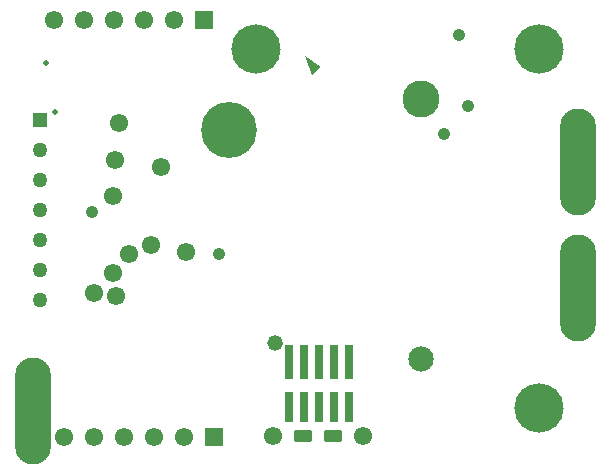
<source format=gbs>
%FSLAX44Y44*%
%MOMM*%
G71*
G01*
G75*
G04 Layer_Color=16711935*
G04:AMPARAMS|DCode=10|XSize=2.8194mm|YSize=1.016mm|CornerRadius=0.508mm|HoleSize=0mm|Usage=FLASHONLY|Rotation=90.000|XOffset=0mm|YOffset=0mm|HoleType=Round|Shape=RoundedRectangle|*
%AMROUNDEDRECTD10*
21,1,2.8194,0.0000,0,0,90.0*
21,1,1.8034,1.0160,0,0,90.0*
1,1,1.0160,0.0000,0.9017*
1,1,1.0160,0.0000,-0.9017*
1,1,1.0160,0.0000,-0.9017*
1,1,1.0160,0.0000,0.9017*
%
%ADD10ROUNDEDRECTD10*%
G04:AMPARAMS|DCode=11|XSize=0.6096mm|YSize=1.7018mm|CornerRadius=0.3048mm|HoleSize=0mm|Usage=FLASHONLY|Rotation=0.000|XOffset=0mm|YOffset=0mm|HoleType=Round|Shape=RoundedRectangle|*
%AMROUNDEDRECTD11*
21,1,0.6096,1.0922,0,0,0.0*
21,1,0.0000,1.7018,0,0,0.0*
1,1,0.6096,0.0000,-0.5461*
1,1,0.6096,0.0000,-0.5461*
1,1,0.6096,0.0000,0.5461*
1,1,0.6096,0.0000,0.5461*
%
%ADD11ROUNDEDRECTD11*%
G04:AMPARAMS|DCode=12|XSize=0.508mm|YSize=0.6096mm|CornerRadius=0mm|HoleSize=0mm|Usage=FLASHONLY|Rotation=45.000|XOffset=0mm|YOffset=0mm|HoleType=Round|Shape=Rectangle|*
%AMROTATEDRECTD12*
4,1,4,0.0359,-0.3951,-0.3951,0.0359,-0.0359,0.3951,0.3951,-0.0359,0.0359,-0.3951,0.0*
%
%ADD12ROTATEDRECTD12*%

G04:AMPARAMS|DCode=13|XSize=0.3mm|YSize=1.8mm|CornerRadius=0mm|HoleSize=0mm|Usage=FLASHONLY|Rotation=225.000|XOffset=0mm|YOffset=0mm|HoleType=Round|Shape=Round|*
%AMOVALD13*
21,1,1.5000,0.3000,0.0000,0.0000,315.0*
1,1,0.3000,-0.5303,0.5303*
1,1,0.3000,0.5303,-0.5303*
%
%ADD13OVALD13*%

G04:AMPARAMS|DCode=14|XSize=0.3mm|YSize=1.8mm|CornerRadius=0mm|HoleSize=0mm|Usage=FLASHONLY|Rotation=315.000|XOffset=0mm|YOffset=0mm|HoleType=Round|Shape=Round|*
%AMOVALD14*
21,1,1.5000,0.3000,0.0000,0.0000,45.0*
1,1,0.3000,-0.5303,-0.5303*
1,1,0.3000,0.5303,0.5303*
%
%ADD14OVALD14*%

%ADD15R,0.6096X0.5080*%
%ADD16R,0.5080X0.6096*%
G04:AMPARAMS|DCode=17|XSize=0.508mm|YSize=0.6096mm|CornerRadius=0.127mm|HoleSize=0mm|Usage=FLASHONLY|Rotation=225.000|XOffset=0mm|YOffset=0mm|HoleType=Round|Shape=RoundedRectangle|*
%AMROUNDEDRECTD17*
21,1,0.5080,0.3556,0,0,225.0*
21,1,0.2540,0.6096,0,0,225.0*
1,1,0.2540,-0.2155,0.0359*
1,1,0.2540,-0.0359,0.2155*
1,1,0.2540,0.2155,-0.0359*
1,1,0.2540,0.0359,-0.2155*
%
%ADD17ROUNDEDRECTD17*%
%ADD18R,0.4318X1.3208*%
G04:AMPARAMS|DCode=19|XSize=0.6096mm|YSize=0.9144mm|CornerRadius=0.1524mm|HoleSize=0mm|Usage=FLASHONLY|Rotation=270.000|XOffset=0mm|YOffset=0mm|HoleType=Round|Shape=RoundedRectangle|*
%AMROUNDEDRECTD19*
21,1,0.6096,0.6096,0,0,270.0*
21,1,0.3048,0.9144,0,0,270.0*
1,1,0.3048,-0.3048,-0.1524*
1,1,0.3048,-0.3048,0.1524*
1,1,0.3048,0.3048,0.1524*
1,1,0.3048,0.3048,-0.1524*
%
%ADD19ROUNDEDRECTD19*%
G04:AMPARAMS|DCode=20|XSize=0.508mm|YSize=0.6096mm|CornerRadius=0.127mm|HoleSize=0mm|Usage=FLASHONLY|Rotation=90.000|XOffset=0mm|YOffset=0mm|HoleType=Round|Shape=RoundedRectangle|*
%AMROUNDEDRECTD20*
21,1,0.5080,0.3556,0,0,90.0*
21,1,0.2540,0.6096,0,0,90.0*
1,1,0.2540,0.1778,0.1270*
1,1,0.2540,0.1778,-0.1270*
1,1,0.2540,-0.1778,-0.1270*
1,1,0.2540,-0.1778,0.1270*
%
%ADD20ROUNDEDRECTD20*%
G04:AMPARAMS|DCode=21|XSize=0.4572mm|YSize=0.2286mm|CornerRadius=0.0572mm|HoleSize=0mm|Usage=FLASHONLY|Rotation=180.000|XOffset=0mm|YOffset=0mm|HoleType=Round|Shape=RoundedRectangle|*
%AMROUNDEDRECTD21*
21,1,0.4572,0.1143,0,0,180.0*
21,1,0.3429,0.2286,0,0,180.0*
1,1,0.1143,-0.1714,0.0572*
1,1,0.1143,0.1714,0.0572*
1,1,0.1143,0.1714,-0.0572*
1,1,0.1143,-0.1714,-0.0572*
%
%ADD21ROUNDEDRECTD21*%
G04:AMPARAMS|DCode=22|XSize=0.4572mm|YSize=0.2286mm|CornerRadius=0.0572mm|HoleSize=0mm|Usage=FLASHONLY|Rotation=90.000|XOffset=0mm|YOffset=0mm|HoleType=Round|Shape=RoundedRectangle|*
%AMROUNDEDRECTD22*
21,1,0.4572,0.1143,0,0,90.0*
21,1,0.3429,0.2286,0,0,90.0*
1,1,0.1143,0.0572,0.1714*
1,1,0.1143,0.0572,-0.1714*
1,1,0.1143,-0.0572,-0.1714*
1,1,0.1143,-0.0572,0.1714*
%
%ADD22ROUNDEDRECTD22*%
%ADD23R,0.9144X1.6002*%
G04:AMPARAMS|DCode=24|XSize=0.9144mm|YSize=1.6002mm|CornerRadius=0mm|HoleSize=0mm|Usage=FLASHONLY|Rotation=315.000|XOffset=0mm|YOffset=0mm|HoleType=Round|Shape=Rectangle|*
%AMROTATEDRECTD24*
4,1,4,-0.8891,-0.2425,0.2425,0.8891,0.8891,0.2425,-0.2425,-0.8891,-0.8891,-0.2425,0.0*
%
%ADD24ROTATEDRECTD24*%

%ADD25R,0.4064X0.4064*%
%ADD26R,0.6096X0.6096*%
%ADD27R,0.4572X1.7018*%
%ADD28R,0.4064X0.4064*%
%ADD29R,0.6096X0.6096*%
G04:AMPARAMS|DCode=30|XSize=1.4224mm|YSize=1.2192mm|CornerRadius=0mm|HoleSize=0mm|Usage=FLASHONLY|Rotation=315.019|XOffset=0mm|YOffset=0mm|HoleType=Round|Shape=Rectangle|*
%AMROTATEDRECTD30*
4,1,4,-0.9340,0.0715,-0.0722,0.9339,0.9340,-0.0715,0.0722,-0.9339,-0.9340,0.0715,0.0*
%
%ADD30ROTATEDRECTD30*%

%ADD31R,0.8128X0.8128*%
%ADD32R,1.1176X2.0066*%
%ADD33R,0.9144X0.7112*%
G04:AMPARAMS|DCode=34|XSize=0.7112mm|YSize=0.9144mm|CornerRadius=0.1778mm|HoleSize=0mm|Usage=FLASHONLY|Rotation=90.000|XOffset=0mm|YOffset=0mm|HoleType=Round|Shape=RoundedRectangle|*
%AMROUNDEDRECTD34*
21,1,0.7112,0.5588,0,0,90.0*
21,1,0.3556,0.9144,0,0,90.0*
1,1,0.3556,0.2794,0.1778*
1,1,0.3556,0.2794,-0.1778*
1,1,0.3556,-0.2794,-0.1778*
1,1,0.3556,-0.2794,0.1778*
%
%ADD34ROUNDEDRECTD34*%
G04:AMPARAMS|DCode=35|XSize=0.508mm|YSize=0.6096mm|CornerRadius=0mm|HoleSize=0mm|Usage=FLASHONLY|Rotation=270.010|XOffset=0mm|YOffset=0mm|HoleType=Round|Shape=Rectangle|*
%AMROTATEDRECTD35*
4,1,4,-0.3048,0.2540,0.3048,0.2541,0.3048,-0.2540,-0.3048,-0.2541,-0.3048,0.2540,0.0*
%
%ADD35ROTATEDRECTD35*%

G04:AMPARAMS|DCode=36|XSize=0.4064mm|YSize=1.0414mm|CornerRadius=0mm|HoleSize=0mm|Usage=FLASHONLY|Rotation=135.009|XOffset=0mm|YOffset=0mm|HoleType=Round|Shape=Rectangle|*
%AMROTATEDRECTD36*
4,1,4,0.5118,0.2246,-0.2244,-0.5119,-0.5118,-0.2246,0.2244,0.5119,0.5118,0.2246,0.0*
%
%ADD36ROTATEDRECTD36*%

G04:AMPARAMS|DCode=37|XSize=0.7112mm|YSize=0.9144mm|CornerRadius=0mm|HoleSize=0mm|Usage=FLASHONLY|Rotation=0.002|XOffset=0mm|YOffset=0mm|HoleType=Round|Shape=Rectangle|*
%AMROTATEDRECTD37*
4,1,4,-0.3556,-0.4572,-0.3556,0.4572,0.3556,0.4572,0.3556,-0.4572,-0.3556,-0.4572,0.0*
%
%ADD37ROTATEDRECTD37*%

%ADD38P,1.1495X4X315.0*%
G04:AMPARAMS|DCode=39|XSize=0.6604mm|YSize=0.3048mm|CornerRadius=0mm|HoleSize=0mm|Usage=FLASHONLY|Rotation=270.002|XOffset=0mm|YOffset=0mm|HoleType=Round|Shape=Rectangle|*
%AMROTATEDRECTD39*
4,1,4,-0.1524,0.3302,0.1524,0.3302,0.1524,-0.3302,-0.1524,-0.3302,-0.1524,0.3302,0.0*
%
%ADD39ROTATEDRECTD39*%

G04:AMPARAMS|DCode=40|XSize=0.6604mm|YSize=0.3048mm|CornerRadius=0mm|HoleSize=0mm|Usage=FLASHONLY|Rotation=180.002|XOffset=0mm|YOffset=0mm|HoleType=Round|Shape=Rectangle|*
%AMROTATEDRECTD40*
4,1,4,0.3302,0.1524,0.3302,-0.1524,-0.3302,-0.1524,-0.3302,0.1524,0.3302,0.1524,0.0*
%
%ADD40ROTATEDRECTD40*%

G04:AMPARAMS|DCode=41|XSize=0.7112mm|YSize=1.016mm|CornerRadius=0mm|HoleSize=0mm|Usage=FLASHONLY|Rotation=90.010|XOffset=0mm|YOffset=0mm|HoleType=Round|Shape=Rectangle|*
%AMROTATEDRECTD41*
4,1,4,0.5081,-0.3555,-0.5079,-0.3557,-0.5081,0.3555,0.5079,0.3557,0.5081,-0.3555,0.0*
%
%ADD41ROTATEDRECTD41*%

G04:AMPARAMS|DCode=42|XSize=0.7112mm|YSize=1.016mm|CornerRadius=0.1778mm|HoleSize=0mm|Usage=FLASHONLY|Rotation=90.010|XOffset=0mm|YOffset=0mm|HoleType=Round|Shape=RoundedRectangle|*
%AMROUNDEDRECTD42*
21,1,0.7112,0.6604,0,0,90.0*
21,1,0.3556,1.0160,0,0,90.0*
1,1,0.3556,0.3302,0.1779*
1,1,0.3556,0.3302,-0.1777*
1,1,0.3556,-0.3302,-0.1779*
1,1,0.3556,-0.3302,0.1777*
%
%ADD42ROUNDEDRECTD42*%
%ADD43R,0.4318X2.0066*%
%ADD44R,2.0066X0.4318*%
%ADD45R,3.5052X0.4318*%
G04:AMPARAMS|DCode=46|XSize=0.7112mm|YSize=0.9144mm|CornerRadius=0mm|HoleSize=0mm|Usage=FLASHONLY|Rotation=135.009|XOffset=0mm|YOffset=0mm|HoleType=Round|Shape=Rectangle|*
%AMROTATEDRECTD46*
4,1,4,0.5747,0.0719,-0.0717,-0.5747,-0.5747,-0.0719,0.0717,0.5747,0.5747,0.0719,0.0*
%
%ADD46ROTATEDRECTD46*%

G04:AMPARAMS|DCode=47|XSize=0.508mm|YSize=0.6096mm|CornerRadius=0mm|HoleSize=0mm|Usage=FLASHONLY|Rotation=0.002|XOffset=0mm|YOffset=0mm|HoleType=Round|Shape=Rectangle|*
%AMROTATEDRECTD47*
4,1,4,-0.2540,-0.3048,-0.2540,0.3048,0.2540,0.3048,0.2540,-0.3048,-0.2540,-0.3048,0.0*
%
%ADD47ROTATEDRECTD47*%

G04:AMPARAMS|DCode=48|XSize=0.6096mm|YSize=0.9144mm|CornerRadius=0.1524mm|HoleSize=0mm|Usage=FLASHONLY|Rotation=180.000|XOffset=0mm|YOffset=0mm|HoleType=Round|Shape=RoundedRectangle|*
%AMROUNDEDRECTD48*
21,1,0.6096,0.6096,0,0,180.0*
21,1,0.3048,0.9144,0,0,180.0*
1,1,0.3048,-0.1524,0.3048*
1,1,0.3048,0.1524,0.3048*
1,1,0.3048,0.1524,-0.3048*
1,1,0.3048,-0.1524,-0.3048*
%
%ADD48ROUNDEDRECTD48*%
G04:AMPARAMS|DCode=49|XSize=0.6096mm|YSize=0.9144mm|CornerRadius=0.1524mm|HoleSize=0mm|Usage=FLASHONLY|Rotation=45.000|XOffset=0mm|YOffset=0mm|HoleType=Round|Shape=RoundedRectangle|*
%AMROUNDEDRECTD49*
21,1,0.6096,0.6096,0,0,45.0*
21,1,0.3048,0.9144,0,0,45.0*
1,1,0.3048,0.3233,-0.1078*
1,1,0.3048,0.1078,-0.3233*
1,1,0.3048,-0.3233,0.1078*
1,1,0.3048,-0.1078,0.3233*
%
%ADD49ROUNDEDRECTD49*%
G04:AMPARAMS|DCode=50|XSize=0.7112mm|YSize=0.9144mm|CornerRadius=0mm|HoleSize=0mm|Usage=FLASHONLY|Rotation=45.011|XOffset=0mm|YOffset=0mm|HoleType=Round|Shape=Rectangle|*
%AMROTATEDRECTD50*
4,1,4,0.0720,-0.5747,-0.5747,0.0717,-0.0720,0.5747,0.5747,-0.0717,0.0720,-0.5747,0.0*
%
%ADD50ROTATEDRECTD50*%

G04:AMPARAMS|DCode=51|XSize=0.7112mm|YSize=0.9144mm|CornerRadius=0mm|HoleSize=0mm|Usage=FLASHONLY|Rotation=0.010|XOffset=0mm|YOffset=0mm|HoleType=Round|Shape=Rectangle|*
%AMROTATEDRECTD51*
4,1,4,-0.3555,-0.4573,-0.3557,0.4571,0.3555,0.4573,0.3557,-0.4571,-0.3555,-0.4573,0.0*
%
%ADD51ROTATEDRECTD51*%

G04:AMPARAMS|DCode=52|XSize=1.4224mm|YSize=1.0668mm|CornerRadius=0mm|HoleSize=0mm|Usage=FLASHONLY|Rotation=270.010|XOffset=0mm|YOffset=0mm|HoleType=Round|Shape=Rectangle|*
%AMROTATEDRECTD52*
4,1,4,-0.5335,0.7111,0.5333,0.7113,0.5335,-0.7111,-0.5333,-0.7113,-0.5335,0.7111,0.0*
%
%ADD52ROTATEDRECTD52*%

G04:AMPARAMS|DCode=53|XSize=0.7112mm|YSize=0.9144mm|CornerRadius=0mm|HoleSize=0mm|Usage=FLASHONLY|Rotation=90.010|XOffset=0mm|YOffset=0mm|HoleType=Round|Shape=Rectangle|*
%AMROTATEDRECTD53*
4,1,4,0.4573,-0.3555,-0.4571,-0.3557,-0.4573,0.3555,0.4571,0.3557,0.4573,-0.3555,0.0*
%
%ADD53ROTATEDRECTD53*%

G04:AMPARAMS|DCode=54|XSize=0.508mm|YSize=0.6096mm|CornerRadius=0mm|HoleSize=0mm|Usage=FLASHONLY|Rotation=135.000|XOffset=0mm|YOffset=0mm|HoleType=Round|Shape=Rectangle|*
%AMROTATEDRECTD54*
4,1,4,0.3951,0.0359,-0.0359,-0.3951,-0.3951,-0.0359,0.0359,0.3951,0.3951,0.0359,0.0*
%
%ADD54ROTATEDRECTD54*%

G04:AMPARAMS|DCode=55|XSize=0.5588mm|YSize=1.2192mm|CornerRadius=0.1397mm|HoleSize=0mm|Usage=FLASHONLY|Rotation=0.002|XOffset=0mm|YOffset=0mm|HoleType=Round|Shape=RoundedRectangle|*
%AMROUNDEDRECTD55*
21,1,0.5588,0.9398,0,0,0.0*
21,1,0.2794,1.2192,0,0,0.0*
1,1,0.2794,0.1397,-0.4699*
1,1,0.2794,-0.1397,-0.4699*
1,1,0.2794,-0.1397,0.4699*
1,1,0.2794,0.1397,0.4699*
%
%ADD55ROUNDEDRECTD55*%
G04:AMPARAMS|DCode=56|XSize=0.5588mm|YSize=1.2192mm|CornerRadius=0mm|HoleSize=0mm|Usage=FLASHONLY|Rotation=0.002|XOffset=0mm|YOffset=0mm|HoleType=Round|Shape=Rectangle|*
%AMROTATEDRECTD56*
4,1,4,-0.2794,-0.6096,-0.2794,0.6096,0.2794,0.6096,0.2794,-0.6096,-0.2794,-0.6096,0.0*
%
%ADD56ROTATEDRECTD56*%

G04:AMPARAMS|DCode=57|XSize=0.508mm|YSize=0.6096mm|CornerRadius=0mm|HoleSize=0mm|Usage=FLASHONLY|Rotation=135.009|XOffset=0mm|YOffset=0mm|HoleType=Round|Shape=Rectangle|*
%AMROTATEDRECTD57*
4,1,4,0.3951,0.0360,-0.0359,-0.3951,-0.3951,-0.0360,0.0359,0.3951,0.3951,0.0360,0.0*
%
%ADD57ROTATEDRECTD57*%

%ADD58R,1.4986X2.1082*%
%ADD59R,2.3876X1.9050*%
%ADD60R,1.1938X1.9050*%
%ADD61R,1.0160X1.1176*%
%ADD62R,1.3208X0.7112*%
%ADD63R,1.6002X0.9144*%
%ADD64C,0.1270*%
%ADD65C,0.3000*%
%ADD66C,0.5000*%
%ADD67C,0.7000*%
%ADD68C,0.2540*%
%ADD69C,0.3810*%
%ADD70O,2.5400X7.0000*%
%ADD71C,1.5000*%
%ADD72R,1.5000X1.5000*%
%ADD73C,4.1148*%
%ADD74C,4.6863*%
%ADD75R,1.2192X1.2192*%
%ADD76C,1.2192*%
%ADD77C,3.0861*%
%ADD78C,2.0860*%
G04:AMPARAMS|DCode=79|XSize=1.5mm|YSize=1mm|CornerRadius=0.25mm|HoleSize=0mm|Usage=FLASHONLY|Rotation=180.000|XOffset=0mm|YOffset=0mm|HoleType=Round|Shape=RoundedRectangle|*
%AMROUNDEDRECTD79*
21,1,1.5000,0.5000,0,0,180.0*
21,1,1.0000,1.0000,0,0,180.0*
1,1,0.5000,-0.5000,0.2500*
1,1,0.5000,0.5000,0.2500*
1,1,0.5000,0.5000,-0.2500*
1,1,0.5000,-0.5000,-0.2500*
%
%ADD79ROUNDEDRECTD79*%
%ADD80C,0.4500*%
%ADD81O,3.0000X9.0000*%
%ADD82R,0.7366X2.5000*%
%ADD83R,0.7366X2.7940*%
G04:AMPARAMS|DCode=84|XSize=1.016mm|YSize=1.016mm|CornerRadius=0.508mm|HoleSize=0mm|Usage=FLASHONLY|Rotation=90.000|XOffset=0mm|YOffset=0mm|HoleType=Round|Shape=RoundedRectangle|*
%AMROUNDEDRECTD84*
21,1,1.0160,0.0000,0,0,90.0*
21,1,0.0000,1.0160,0,0,90.0*
1,1,1.0160,0.0000,0.0000*
1,1,1.0160,0.0000,0.0000*
1,1,1.0160,0.0000,0.0000*
1,1,1.0160,0.0000,0.0000*
%
%ADD84ROUNDEDRECTD84*%
G04:AMPARAMS|DCode=85|XSize=1.27mm|YSize=1.27mm|CornerRadius=0.635mm|HoleSize=0mm|Usage=FLASHONLY|Rotation=90.000|XOffset=0mm|YOffset=0mm|HoleType=Round|Shape=RoundedRectangle|*
%AMROUNDEDRECTD85*
21,1,1.2700,0.0000,0,0,90.0*
21,1,0.0000,1.2700,0,0,90.0*
1,1,1.2700,0.0000,0.0000*
1,1,1.2700,0.0000,0.0000*
1,1,1.2700,0.0000,0.0000*
1,1,1.2700,0.0000,0.0000*
%
%ADD85ROUNDEDRECTD85*%
%ADD86C,0.0127*%
%ADD87C,0.6000*%
%ADD88C,0.2500*%
%ADD89C,0.1016*%
%ADD90C,0.3048*%
%ADD91C,0.2032*%
%ADD92C,0.0000*%
%ADD93C,0.0130*%
%ADD94C,0.2000*%
%ADD95C,0.1524*%
%ADD96C,0.5080*%
%ADD97C,1.6002*%
%ADD98C,0.4064*%
%ADD99R,0.0124X0.0218*%
%ADD100R,0.0232X0.0193*%
%ADD101R,0.0122X0.1005*%
%ADD102R,0.0225X0.1053*%
%ADD103R,1.3257X0.0530*%
%ADD104R,0.0055X0.0608*%
%ADD105R,0.7226X0.1174*%
%ADD106R,0.0406X0.0331*%
%ADD107R,0.0126X0.0144*%
%ADD108R,0.0245X0.0060*%
%ADD109R,0.0323X0.0218*%
%ADD110R,0.0323X0.0207*%
%ADD111R,0.0082X0.0146*%
%ADD112R,0.0254X0.0212*%
%ADD113R,0.0044X0.0416*%
%ADD114R,0.0337X0.0459*%
%ADD115R,0.0049X0.0274*%
%ADD116R,0.0497X0.0384*%
%ADD117R,0.0472X0.0218*%
%ADD118R,0.0427X0.0300*%
%ADD119R,0.0572X0.0286*%
%ADD120R,0.0335X0.0872*%
%ADD121R,0.0398X0.0221*%
%ADD122R,0.0732X0.0568*%
%ADD123R,0.0288X0.0181*%
%ADD124R,0.0393X0.0104*%
%ADD125R,0.0484X0.0328*%
%ADD126R,0.0541X0.0809*%
%ADD127R,0.0479X0.0922*%
%ADD128R,0.0304X0.0082*%
%ADD129R,0.0294X0.1092*%
%ADD130R,0.0278X0.0228*%
%ADD131R,0.0168X0.0271*%
%ADD132R,0.0227X0.0739*%
%ADD133R,0.0521X0.0883*%
%ADD134R,0.0356X0.1063*%
%ADD135R,0.0039X0.0299*%
%ADD136R,0.0735X0.0567*%
%ADD137R,0.0876X0.0324*%
%ADD138R,0.1143X0.0771*%
%ADD139R,0.0019X0.0732*%
%ADD140R,0.0077X0.0288*%
%ADD141R,0.0432X0.0393*%
%ADD142R,0.0587X0.0587*%
%ADD143R,0.1174X0.0587*%
%ADD144R,0.7209X0.1174*%
%ADD145R,0.1154X0.0734*%
%ADD146R,0.1174X0.5264*%
%ADD147R,0.7193X0.1174*%
%ADD148R,0.1174X0.5264*%
G04:AMPARAMS|DCode=149|XSize=0.1524mm|YSize=0.6048mm|CornerRadius=0mm|HoleSize=0mm|Usage=FLASHONLY|Rotation=45.000|XOffset=0mm|YOffset=0mm|HoleType=Round|Shape=Rectangle|*
%AMROTATEDRECTD149*
4,1,4,0.1600,-0.2677,-0.2677,0.1600,-0.1600,0.2677,0.2677,-0.1600,0.1600,-0.2677,0.0*
%
%ADD149ROTATEDRECTD149*%

%ADD150R,0.6048X0.1524*%
%ADD151R,0.1524X0.6048*%
G04:AMPARAMS|DCode=152|XSize=0.1524mm|YSize=0.6048mm|CornerRadius=0mm|HoleSize=0mm|Usage=FLASHONLY|Rotation=270.010|XOffset=0mm|YOffset=0mm|HoleType=Round|Shape=Rectangle|*
%AMROTATEDRECTD152*
4,1,4,-0.3024,0.0762,0.3024,0.0763,0.3024,-0.0762,-0.3024,-0.0763,-0.3024,0.0762,0.0*
%
%ADD152ROTATEDRECTD152*%

G04:AMPARAMS|DCode=153|XSize=0.1524mm|YSize=0.6048mm|CornerRadius=0mm|HoleSize=0mm|Usage=FLASHONLY|Rotation=0.002|XOffset=0mm|YOffset=0mm|HoleType=Round|Shape=Rectangle|*
%AMROTATEDRECTD153*
4,1,4,-0.0762,-0.3024,-0.0762,0.3024,0.0762,0.3024,0.0762,-0.3024,-0.0762,-0.3024,0.0*
%
%ADD153ROTATEDRECTD153*%

%ADD154R,0.7112X0.4064*%
G04:AMPARAMS|DCode=155|XSize=0.1524mm|YSize=0.6048mm|CornerRadius=0mm|HoleSize=0mm|Usage=FLASHONLY|Rotation=135.000|XOffset=0mm|YOffset=0mm|HoleType=Round|Shape=Rectangle|*
%AMROTATEDRECTD155*
4,1,4,0.2677,0.1600,-0.1600,-0.2677,-0.2677,-0.1600,0.1600,0.2677,0.2677,0.1600,0.0*
%
%ADD155ROTATEDRECTD155*%

%ADD156R,0.7620X0.4572*%
G04:AMPARAMS|DCode=157|XSize=2.6162mm|YSize=0.8128mm|CornerRadius=0.4064mm|HoleSize=0mm|Usage=FLASHONLY|Rotation=90.000|XOffset=0mm|YOffset=0mm|HoleType=Round|Shape=RoundedRectangle|*
%AMROUNDEDRECTD157*
21,1,2.6162,0.0000,0,0,90.0*
21,1,1.8034,0.8128,0,0,90.0*
1,1,0.8128,0.0000,0.9017*
1,1,0.8128,0.0000,-0.9017*
1,1,0.8128,0.0000,-0.9017*
1,1,0.8128,0.0000,0.9017*
%
%ADD157ROUNDEDRECTD157*%
G04:AMPARAMS|DCode=158|XSize=0.4064mm|YSize=1.4986mm|CornerRadius=0.2032mm|HoleSize=0mm|Usage=FLASHONLY|Rotation=0.000|XOffset=0mm|YOffset=0mm|HoleType=Round|Shape=RoundedRectangle|*
%AMROUNDEDRECTD158*
21,1,0.4064,1.0922,0,0,0.0*
21,1,0.0000,1.4986,0,0,0.0*
1,1,0.4064,0.0000,-0.5461*
1,1,0.4064,0.0000,-0.5461*
1,1,0.4064,0.0000,0.5461*
1,1,0.4064,0.0000,0.5461*
%
%ADD158ROUNDEDRECTD158*%
G04:AMPARAMS|DCode=159|XSize=0.3048mm|YSize=0.4064mm|CornerRadius=0mm|HoleSize=0mm|Usage=FLASHONLY|Rotation=45.000|XOffset=0mm|YOffset=0mm|HoleType=Round|Shape=Rectangle|*
%AMROTATEDRECTD159*
4,1,4,0.0359,-0.2515,-0.2515,0.0359,-0.0359,0.2515,0.2515,-0.0359,0.0359,-0.2515,0.0*
%
%ADD159ROTATEDRECTD159*%

G04:AMPARAMS|DCode=160|XSize=0.0968mm|YSize=1.5968mm|CornerRadius=0mm|HoleSize=0mm|Usage=FLASHONLY|Rotation=225.000|XOffset=0mm|YOffset=0mm|HoleType=Round|Shape=Round|*
%AMOVALD160*
21,1,1.5000,0.0968,0.0000,0.0000,315.0*
1,1,0.0968,-0.5303,0.5303*
1,1,0.0968,0.5303,-0.5303*
%
%ADD160OVALD160*%

G04:AMPARAMS|DCode=161|XSize=0.0968mm|YSize=1.5968mm|CornerRadius=0mm|HoleSize=0mm|Usage=FLASHONLY|Rotation=315.000|XOffset=0mm|YOffset=0mm|HoleType=Round|Shape=Round|*
%AMOVALD161*
21,1,1.5000,0.0968,0.0000,0.0000,45.0*
1,1,0.0968,-0.5303,-0.5303*
1,1,0.0968,0.5303,0.5303*
%
%ADD161OVALD161*%

%ADD162R,0.4064X0.3048*%
%ADD163R,0.3048X0.4064*%
G04:AMPARAMS|DCode=164|XSize=0.3048mm|YSize=0.4064mm|CornerRadius=0.0254mm|HoleSize=0mm|Usage=FLASHONLY|Rotation=225.000|XOffset=0mm|YOffset=0mm|HoleType=Round|Shape=RoundedRectangle|*
%AMROUNDEDRECTD164*
21,1,0.3048,0.3556,0,0,225.0*
21,1,0.2540,0.4064,0,0,225.0*
1,1,0.0508,-0.2155,0.0359*
1,1,0.0508,-0.0359,0.2155*
1,1,0.0508,0.2155,-0.0359*
1,1,0.0508,0.0359,-0.2155*
%
%ADD164ROUNDEDRECTD164*%
%ADD165R,0.2286X1.1176*%
G04:AMPARAMS|DCode=166|XSize=0.4064mm|YSize=0.7112mm|CornerRadius=0.0508mm|HoleSize=0mm|Usage=FLASHONLY|Rotation=270.000|XOffset=0mm|YOffset=0mm|HoleType=Round|Shape=RoundedRectangle|*
%AMROUNDEDRECTD166*
21,1,0.4064,0.6096,0,0,270.0*
21,1,0.3048,0.7112,0,0,270.0*
1,1,0.1016,-0.3048,-0.1524*
1,1,0.1016,-0.3048,0.1524*
1,1,0.1016,0.3048,0.1524*
1,1,0.1016,0.3048,-0.1524*
%
%ADD166ROUNDEDRECTD166*%
G04:AMPARAMS|DCode=167|XSize=0.3048mm|YSize=0.4064mm|CornerRadius=0.0254mm|HoleSize=0mm|Usage=FLASHONLY|Rotation=90.000|XOffset=0mm|YOffset=0mm|HoleType=Round|Shape=RoundedRectangle|*
%AMROUNDEDRECTD167*
21,1,0.3048,0.3556,0,0,90.0*
21,1,0.2540,0.4064,0,0,90.0*
1,1,0.0508,0.1778,0.1270*
1,1,0.0508,0.1778,-0.1270*
1,1,0.0508,-0.1778,-0.1270*
1,1,0.0508,-0.1778,0.1270*
%
%ADD167ROUNDEDRECTD167*%
G04:AMPARAMS|DCode=168|XSize=0.254mm|YSize=0.0254mm|CornerRadius=0mm|HoleSize=0mm|Usage=FLASHONLY|Rotation=180.000|XOffset=0mm|YOffset=0mm|HoleType=Round|Shape=RoundedRectangle|*
%AMROUNDEDRECTD168*
21,1,0.2540,0.0254,0,0,180.0*
21,1,0.2540,0.0254,0,0,180.0*
1,1,0.0000,-0.1270,0.0127*
1,1,0.0000,0.1270,0.0127*
1,1,0.0000,0.1270,-0.0127*
1,1,0.0000,-0.1270,-0.0127*
%
%ADD168ROUNDEDRECTD168*%
G04:AMPARAMS|DCode=169|XSize=0.254mm|YSize=0.0254mm|CornerRadius=0mm|HoleSize=0mm|Usage=FLASHONLY|Rotation=90.000|XOffset=0mm|YOffset=0mm|HoleType=Round|Shape=RoundedRectangle|*
%AMROUNDEDRECTD169*
21,1,0.2540,0.0254,0,0,90.0*
21,1,0.2540,0.0254,0,0,90.0*
1,1,0.0000,0.0127,0.1270*
1,1,0.0000,0.0127,-0.1270*
1,1,0.0000,-0.0127,-0.1270*
1,1,0.0000,-0.0127,0.1270*
%
%ADD169ROUNDEDRECTD169*%
%ADD170R,0.7112X1.3970*%
G04:AMPARAMS|DCode=171|XSize=0.7112mm|YSize=1.397mm|CornerRadius=0mm|HoleSize=0mm|Usage=FLASHONLY|Rotation=315.000|XOffset=0mm|YOffset=0mm|HoleType=Round|Shape=Rectangle|*
%AMROTATEDRECTD171*
4,1,4,-0.7454,-0.2425,0.2425,0.7454,0.7454,0.2425,-0.2425,-0.7454,-0.7454,-0.2425,0.0*
%
%ADD171ROTATEDRECTD171*%

%ADD172R,0.2032X0.2032*%
%ADD173R,0.2540X1.4986*%
%ADD174R,0.2032X0.2032*%
G04:AMPARAMS|DCode=175|XSize=1.2192mm|YSize=1.016mm|CornerRadius=0mm|HoleSize=0mm|Usage=FLASHONLY|Rotation=315.019|XOffset=0mm|YOffset=0mm|HoleType=Round|Shape=Rectangle|*
%AMROTATEDRECTD175*
4,1,4,-0.7903,0.0716,-0.0721,0.7902,0.7903,-0.0716,0.0721,-0.7902,-0.7903,0.0716,0.0*
%
%ADD175ROTATEDRECTD175*%

%ADD176R,0.9144X1.8034*%
%ADD177R,0.7112X0.5080*%
G04:AMPARAMS|DCode=178|XSize=0.508mm|YSize=0.7112mm|CornerRadius=0.0762mm|HoleSize=0mm|Usage=FLASHONLY|Rotation=90.000|XOffset=0mm|YOffset=0mm|HoleType=Round|Shape=RoundedRectangle|*
%AMROUNDEDRECTD178*
21,1,0.5080,0.5588,0,0,90.0*
21,1,0.3556,0.7112,0,0,90.0*
1,1,0.1524,0.2794,0.1778*
1,1,0.1524,0.2794,-0.1778*
1,1,0.1524,-0.2794,-0.1778*
1,1,0.1524,-0.2794,0.1778*
%
%ADD178ROUNDEDRECTD178*%
G04:AMPARAMS|DCode=179|XSize=0.3048mm|YSize=0.4064mm|CornerRadius=0mm|HoleSize=0mm|Usage=FLASHONLY|Rotation=270.010|XOffset=0mm|YOffset=0mm|HoleType=Round|Shape=Rectangle|*
%AMROTATEDRECTD179*
4,1,4,-0.2032,0.1524,0.2032,0.1524,0.2032,-0.1524,-0.2032,-0.1524,-0.2032,0.1524,0.0*
%
%ADD179ROTATEDRECTD179*%

G04:AMPARAMS|DCode=180|XSize=0.2032mm|YSize=0.8382mm|CornerRadius=0mm|HoleSize=0mm|Usage=FLASHONLY|Rotation=135.009|XOffset=0mm|YOffset=0mm|HoleType=Round|Shape=Rectangle|*
%AMROTATEDRECTD180*
4,1,4,0.3682,0.2246,-0.2245,-0.3682,-0.3682,-0.2246,0.2245,0.3682,0.3682,0.2246,0.0*
%
%ADD180ROTATEDRECTD180*%

G04:AMPARAMS|DCode=181|XSize=0.508mm|YSize=0.7112mm|CornerRadius=0mm|HoleSize=0mm|Usage=FLASHONLY|Rotation=0.002|XOffset=0mm|YOffset=0mm|HoleType=Round|Shape=Rectangle|*
%AMROTATEDRECTD181*
4,1,4,-0.2540,-0.3556,-0.2540,0.3556,0.2540,0.3556,0.2540,-0.3556,-0.2540,-0.3556,0.0*
%
%ADD181ROTATEDRECTD181*%

G04:AMPARAMS|DCode=182|XSize=0.4572mm|YSize=0.1016mm|CornerRadius=0mm|HoleSize=0mm|Usage=FLASHONLY|Rotation=270.002|XOffset=0mm|YOffset=0mm|HoleType=Round|Shape=Rectangle|*
%AMROTATEDRECTD182*
4,1,4,-0.0508,0.2286,0.0508,0.2286,0.0508,-0.2286,-0.0508,-0.2286,-0.0508,0.2286,0.0*
%
%ADD182ROTATEDRECTD182*%

G04:AMPARAMS|DCode=183|XSize=0.4572mm|YSize=0.1016mm|CornerRadius=0mm|HoleSize=0mm|Usage=FLASHONLY|Rotation=180.002|XOffset=0mm|YOffset=0mm|HoleType=Round|Shape=Rectangle|*
%AMROTATEDRECTD183*
4,1,4,0.2286,0.0508,0.2286,-0.0508,-0.2286,-0.0508,-0.2286,0.0508,0.2286,0.0508,0.0*
%
%ADD183ROTATEDRECTD183*%

G04:AMPARAMS|DCode=184|XSize=0.508mm|YSize=0.8128mm|CornerRadius=0mm|HoleSize=0mm|Usage=FLASHONLY|Rotation=90.010|XOffset=0mm|YOffset=0mm|HoleType=Round|Shape=Rectangle|*
%AMROTATEDRECTD184*
4,1,4,0.4064,-0.2539,-0.4064,-0.2541,-0.4064,0.2539,0.4064,0.2541,0.4064,-0.2539,0.0*
%
%ADD184ROTATEDRECTD184*%

G04:AMPARAMS|DCode=185|XSize=0.508mm|YSize=0.8128mm|CornerRadius=0.0762mm|HoleSize=0mm|Usage=FLASHONLY|Rotation=90.010|XOffset=0mm|YOffset=0mm|HoleType=Round|Shape=RoundedRectangle|*
%AMROUNDEDRECTD185*
21,1,0.5080,0.6604,0,0,90.0*
21,1,0.3556,0.8128,0,0,90.0*
1,1,0.1524,0.3302,0.1779*
1,1,0.1524,0.3302,-0.1777*
1,1,0.1524,-0.3302,-0.1779*
1,1,0.1524,-0.3302,0.1777*
%
%ADD185ROUNDEDRECTD185*%
%ADD186R,0.2286X1.8034*%
%ADD187R,1.8034X0.2286*%
%ADD188R,3.3020X0.2286*%
G04:AMPARAMS|DCode=189|XSize=0.508mm|YSize=0.7112mm|CornerRadius=0mm|HoleSize=0mm|Usage=FLASHONLY|Rotation=135.009|XOffset=0mm|YOffset=0mm|HoleType=Round|Shape=Rectangle|*
%AMROTATEDRECTD189*
4,1,4,0.4310,0.0719,-0.0718,-0.4311,-0.4310,-0.0719,0.0718,0.4311,0.4310,0.0719,0.0*
%
%ADD189ROTATEDRECTD189*%

G04:AMPARAMS|DCode=190|XSize=0.3048mm|YSize=0.4064mm|CornerRadius=0mm|HoleSize=0mm|Usage=FLASHONLY|Rotation=0.002|XOffset=0mm|YOffset=0mm|HoleType=Round|Shape=Rectangle|*
%AMROTATEDRECTD190*
4,1,4,-0.1524,-0.2032,-0.1524,0.2032,0.1524,0.2032,0.1524,-0.2032,-0.1524,-0.2032,0.0*
%
%ADD190ROTATEDRECTD190*%

G04:AMPARAMS|DCode=191|XSize=0.4064mm|YSize=0.7112mm|CornerRadius=0.0508mm|HoleSize=0mm|Usage=FLASHONLY|Rotation=180.000|XOffset=0mm|YOffset=0mm|HoleType=Round|Shape=RoundedRectangle|*
%AMROUNDEDRECTD191*
21,1,0.4064,0.6096,0,0,180.0*
21,1,0.3048,0.7112,0,0,180.0*
1,1,0.1016,-0.1524,0.3048*
1,1,0.1016,0.1524,0.3048*
1,1,0.1016,0.1524,-0.3048*
1,1,0.1016,-0.1524,-0.3048*
%
%ADD191ROUNDEDRECTD191*%
G04:AMPARAMS|DCode=192|XSize=0.4064mm|YSize=0.7112mm|CornerRadius=0.0508mm|HoleSize=0mm|Usage=FLASHONLY|Rotation=45.000|XOffset=0mm|YOffset=0mm|HoleType=Round|Shape=RoundedRectangle|*
%AMROUNDEDRECTD192*
21,1,0.4064,0.6096,0,0,45.0*
21,1,0.3048,0.7112,0,0,45.0*
1,1,0.1016,0.3233,-0.1078*
1,1,0.1016,0.1078,-0.3233*
1,1,0.1016,-0.3233,0.1078*
1,1,0.1016,-0.1078,0.3233*
%
%ADD192ROUNDEDRECTD192*%
G04:AMPARAMS|DCode=193|XSize=0.508mm|YSize=0.7112mm|CornerRadius=0mm|HoleSize=0mm|Usage=FLASHONLY|Rotation=45.011|XOffset=0mm|YOffset=0mm|HoleType=Round|Shape=Rectangle|*
%AMROTATEDRECTD193*
4,1,4,0.0719,-0.4310,-0.4311,0.0718,-0.0719,0.4310,0.4311,-0.0718,0.0719,-0.4310,0.0*
%
%ADD193ROTATEDRECTD193*%

G04:AMPARAMS|DCode=194|XSize=0.508mm|YSize=0.7112mm|CornerRadius=0mm|HoleSize=0mm|Usage=FLASHONLY|Rotation=0.010|XOffset=0mm|YOffset=0mm|HoleType=Round|Shape=Rectangle|*
%AMROTATEDRECTD194*
4,1,4,-0.2539,-0.3556,-0.2541,0.3556,0.2539,0.3556,0.2541,-0.3556,-0.2539,-0.3556,0.0*
%
%ADD194ROTATEDRECTD194*%

G04:AMPARAMS|DCode=195|XSize=1.2192mm|YSize=0.8636mm|CornerRadius=0mm|HoleSize=0mm|Usage=FLASHONLY|Rotation=270.010|XOffset=0mm|YOffset=0mm|HoleType=Round|Shape=Rectangle|*
%AMROTATEDRECTD195*
4,1,4,-0.4319,0.6095,0.4317,0.6097,0.4319,-0.6095,-0.4317,-0.6097,-0.4319,0.6095,0.0*
%
%ADD195ROTATEDRECTD195*%

G04:AMPARAMS|DCode=196|XSize=0.508mm|YSize=0.7112mm|CornerRadius=0mm|HoleSize=0mm|Usage=FLASHONLY|Rotation=90.010|XOffset=0mm|YOffset=0mm|HoleType=Round|Shape=Rectangle|*
%AMROTATEDRECTD196*
4,1,4,0.3556,-0.2539,-0.3556,-0.2541,-0.3556,0.2539,0.3556,0.2541,0.3556,-0.2539,0.0*
%
%ADD196ROTATEDRECTD196*%

G04:AMPARAMS|DCode=197|XSize=0.3048mm|YSize=0.4064mm|CornerRadius=0mm|HoleSize=0mm|Usage=FLASHONLY|Rotation=135.000|XOffset=0mm|YOffset=0mm|HoleType=Round|Shape=Rectangle|*
%AMROTATEDRECTD197*
4,1,4,0.2515,0.0359,-0.0359,-0.2515,-0.2515,-0.0359,0.0359,0.2515,0.2515,0.0359,0.0*
%
%ADD197ROTATEDRECTD197*%

G04:AMPARAMS|DCode=198|XSize=0.3556mm|YSize=1.016mm|CornerRadius=0.0381mm|HoleSize=0mm|Usage=FLASHONLY|Rotation=0.002|XOffset=0mm|YOffset=0mm|HoleType=Round|Shape=RoundedRectangle|*
%AMROUNDEDRECTD198*
21,1,0.3556,0.9398,0,0,0.0*
21,1,0.2794,1.0160,0,0,0.0*
1,1,0.0762,0.1397,-0.4699*
1,1,0.0762,-0.1397,-0.4699*
1,1,0.0762,-0.1397,0.4699*
1,1,0.0762,0.1397,0.4699*
%
%ADD198ROUNDEDRECTD198*%
G04:AMPARAMS|DCode=199|XSize=0.3556mm|YSize=1.016mm|CornerRadius=0mm|HoleSize=0mm|Usage=FLASHONLY|Rotation=0.002|XOffset=0mm|YOffset=0mm|HoleType=Round|Shape=Rectangle|*
%AMROTATEDRECTD199*
4,1,4,-0.1778,-0.5080,-0.1778,0.5080,0.1778,0.5080,0.1778,-0.5080,-0.1778,-0.5080,0.0*
%
%ADD199ROTATEDRECTD199*%

G04:AMPARAMS|DCode=200|XSize=0.3048mm|YSize=0.4064mm|CornerRadius=0mm|HoleSize=0mm|Usage=FLASHONLY|Rotation=135.009|XOffset=0mm|YOffset=0mm|HoleType=Round|Shape=Rectangle|*
%AMROTATEDRECTD200*
4,1,4,0.2514,0.0360,-0.0359,-0.2515,-0.2514,-0.0360,0.0359,0.2515,0.2514,0.0360,0.0*
%
%ADD200ROTATEDRECTD200*%

%ADD201R,1.2954X1.9050*%
%ADD202R,2.1844X1.7018*%
%ADD203R,0.9906X1.7018*%
%ADD204R,0.8128X0.9144*%
%ADD205R,1.1176X0.5080*%
%ADD206R,1.3970X0.7112*%
G04:AMPARAMS|DCode=207|XSize=2.8702mm|YSize=1.0668mm|CornerRadius=0.5334mm|HoleSize=0mm|Usage=FLASHONLY|Rotation=90.000|XOffset=0mm|YOffset=0mm|HoleType=Round|Shape=RoundedRectangle|*
%AMROUNDEDRECTD207*
21,1,2.8702,0.0000,0,0,90.0*
21,1,1.8034,1.0668,0,0,90.0*
1,1,1.0668,0.0000,0.9017*
1,1,1.0668,0.0000,-0.9017*
1,1,1.0668,0.0000,-0.9017*
1,1,1.0668,0.0000,0.9017*
%
%ADD207ROUNDEDRECTD207*%
G04:AMPARAMS|DCode=208|XSize=0.6604mm|YSize=1.7526mm|CornerRadius=0.3302mm|HoleSize=0mm|Usage=FLASHONLY|Rotation=0.000|XOffset=0mm|YOffset=0mm|HoleType=Round|Shape=RoundedRectangle|*
%AMROUNDEDRECTD208*
21,1,0.6604,1.0922,0,0,0.0*
21,1,0.0000,1.7526,0,0,0.0*
1,1,0.6604,0.0000,-0.5461*
1,1,0.6604,0.0000,-0.5461*
1,1,0.6604,0.0000,0.5461*
1,1,0.6604,0.0000,0.5461*
%
%ADD208ROUNDEDRECTD208*%
G04:AMPARAMS|DCode=209|XSize=0.5588mm|YSize=0.6604mm|CornerRadius=0mm|HoleSize=0mm|Usage=FLASHONLY|Rotation=45.000|XOffset=0mm|YOffset=0mm|HoleType=Round|Shape=Rectangle|*
%AMROTATEDRECTD209*
4,1,4,0.0359,-0.4310,-0.4310,0.0359,-0.0359,0.4310,0.4310,-0.0359,0.0359,-0.4310,0.0*
%
%ADD209ROTATEDRECTD209*%

G04:AMPARAMS|DCode=210|XSize=0.3508mm|YSize=1.8508mm|CornerRadius=0mm|HoleSize=0mm|Usage=FLASHONLY|Rotation=225.000|XOffset=0mm|YOffset=0mm|HoleType=Round|Shape=Round|*
%AMOVALD210*
21,1,1.5000,0.3508,0.0000,0.0000,315.0*
1,1,0.3508,-0.5303,0.5303*
1,1,0.3508,0.5303,-0.5303*
%
%ADD210OVALD210*%

G04:AMPARAMS|DCode=211|XSize=0.3508mm|YSize=1.8508mm|CornerRadius=0mm|HoleSize=0mm|Usage=FLASHONLY|Rotation=315.000|XOffset=0mm|YOffset=0mm|HoleType=Round|Shape=Round|*
%AMOVALD211*
21,1,1.5000,0.3508,0.0000,0.0000,45.0*
1,1,0.3508,-0.5303,-0.5303*
1,1,0.3508,0.5303,0.5303*
%
%ADD211OVALD211*%

%ADD212R,0.6604X0.5588*%
%ADD213R,0.5588X0.6604*%
%ADD214R,0.4826X1.3716*%
G04:AMPARAMS|DCode=215|XSize=0.508mm|YSize=0.2794mm|CornerRadius=0.0826mm|HoleSize=0mm|Usage=FLASHONLY|Rotation=180.000|XOffset=0mm|YOffset=0mm|HoleType=Round|Shape=RoundedRectangle|*
%AMROUNDEDRECTD215*
21,1,0.5080,0.1143,0,0,180.0*
21,1,0.3429,0.2794,0,0,180.0*
1,1,0.1651,-0.1714,0.0572*
1,1,0.1651,0.1714,0.0572*
1,1,0.1651,0.1714,-0.0572*
1,1,0.1651,-0.1714,-0.0572*
%
%ADD215ROUNDEDRECTD215*%
G04:AMPARAMS|DCode=216|XSize=0.508mm|YSize=0.2794mm|CornerRadius=0.0826mm|HoleSize=0mm|Usage=FLASHONLY|Rotation=90.000|XOffset=0mm|YOffset=0mm|HoleType=Round|Shape=RoundedRectangle|*
%AMROUNDEDRECTD216*
21,1,0.5080,0.1143,0,0,90.0*
21,1,0.3429,0.2794,0,0,90.0*
1,1,0.1651,0.0572,0.1714*
1,1,0.1651,0.0572,-0.1714*
1,1,0.1651,-0.0572,-0.1714*
1,1,0.1651,-0.0572,0.1714*
%
%ADD216ROUNDEDRECTD216*%
%ADD217R,0.9652X1.6510*%
G04:AMPARAMS|DCode=218|XSize=0.9652mm|YSize=1.651mm|CornerRadius=0mm|HoleSize=0mm|Usage=FLASHONLY|Rotation=315.000|XOffset=0mm|YOffset=0mm|HoleType=Round|Shape=Rectangle|*
%AMROTATEDRECTD218*
4,1,4,-0.9250,-0.2425,0.2425,0.9250,0.9250,0.2425,-0.2425,-0.9250,-0.9250,-0.2425,0.0*
%
%ADD218ROTATEDRECTD218*%

%ADD219R,0.4572X0.4572*%
%ADD220R,0.6604X0.6604*%
%ADD221R,0.5080X1.7526*%
%ADD222R,0.4572X0.4572*%
%ADD223R,0.6604X0.6604*%
G04:AMPARAMS|DCode=224|XSize=1.4732mm|YSize=1.27mm|CornerRadius=0mm|HoleSize=0mm|Usage=FLASHONLY|Rotation=315.019|XOffset=0mm|YOffset=0mm|HoleType=Round|Shape=Rectangle|*
%AMROTATEDRECTD224*
4,1,4,-0.9699,0.0715,-0.0722,0.9698,0.9699,-0.0715,0.0722,-0.9698,-0.9699,0.0715,0.0*
%
%ADD224ROTATEDRECTD224*%

%ADD225R,0.8636X0.8636*%
%ADD226R,1.1684X2.0574*%
%ADD227R,0.9652X0.7620*%
G04:AMPARAMS|DCode=228|XSize=0.762mm|YSize=0.9652mm|CornerRadius=0.2032mm|HoleSize=0mm|Usage=FLASHONLY|Rotation=90.000|XOffset=0mm|YOffset=0mm|HoleType=Round|Shape=RoundedRectangle|*
%AMROUNDEDRECTD228*
21,1,0.7620,0.5588,0,0,90.0*
21,1,0.3556,0.9652,0,0,90.0*
1,1,0.4064,0.2794,0.1778*
1,1,0.4064,0.2794,-0.1778*
1,1,0.4064,-0.2794,-0.1778*
1,1,0.4064,-0.2794,0.1778*
%
%ADD228ROUNDEDRECTD228*%
G04:AMPARAMS|DCode=229|XSize=0.5588mm|YSize=0.6604mm|CornerRadius=0mm|HoleSize=0mm|Usage=FLASHONLY|Rotation=270.010|XOffset=0mm|YOffset=0mm|HoleType=Round|Shape=Rectangle|*
%AMROTATEDRECTD229*
4,1,4,-0.3302,0.2793,0.3302,0.2795,0.3302,-0.2793,-0.3302,-0.2795,-0.3302,0.2793,0.0*
%
%ADD229ROTATEDRECTD229*%

G04:AMPARAMS|DCode=230|XSize=0.4572mm|YSize=1.0922mm|CornerRadius=0mm|HoleSize=0mm|Usage=FLASHONLY|Rotation=135.009|XOffset=0mm|YOffset=0mm|HoleType=Round|Shape=Rectangle|*
%AMROTATEDRECTD230*
4,1,4,0.5478,0.2246,-0.2244,-0.5478,-0.5478,-0.2246,0.2244,0.5478,0.5478,0.2246,0.0*
%
%ADD230ROTATEDRECTD230*%

G04:AMPARAMS|DCode=231|XSize=0.762mm|YSize=0.9652mm|CornerRadius=0mm|HoleSize=0mm|Usage=FLASHONLY|Rotation=0.002|XOffset=0mm|YOffset=0mm|HoleType=Round|Shape=Rectangle|*
%AMROTATEDRECTD231*
4,1,4,-0.3810,-0.4826,-0.3810,0.4826,0.3810,0.4826,0.3810,-0.4826,-0.3810,-0.4826,0.0*
%
%ADD231ROTATEDRECTD231*%

%ADD232P,1.2213X4X315.0*%
G04:AMPARAMS|DCode=233|XSize=0.762mm|YSize=1.0668mm|CornerRadius=0mm|HoleSize=0mm|Usage=FLASHONLY|Rotation=90.010|XOffset=0mm|YOffset=0mm|HoleType=Round|Shape=Rectangle|*
%AMROTATEDRECTD233*
4,1,4,0.5335,-0.3809,-0.5333,-0.3811,-0.5335,0.3809,0.5333,0.3811,0.5335,-0.3809,0.0*
%
%ADD233ROTATEDRECTD233*%

G04:AMPARAMS|DCode=234|XSize=0.762mm|YSize=1.0668mm|CornerRadius=0.2032mm|HoleSize=0mm|Usage=FLASHONLY|Rotation=90.010|XOffset=0mm|YOffset=0mm|HoleType=Round|Shape=RoundedRectangle|*
%AMROUNDEDRECTD234*
21,1,0.7620,0.6604,0,0,90.0*
21,1,0.3556,1.0668,0,0,90.0*
1,1,0.4064,0.3302,0.1779*
1,1,0.4064,0.3302,-0.1777*
1,1,0.4064,-0.3302,-0.1779*
1,1,0.4064,-0.3302,0.1777*
%
%ADD234ROUNDEDRECTD234*%
%ADD235R,0.4826X2.0574*%
%ADD236R,2.0574X0.4826*%
%ADD237R,3.5560X0.4826*%
G04:AMPARAMS|DCode=238|XSize=0.762mm|YSize=0.9652mm|CornerRadius=0mm|HoleSize=0mm|Usage=FLASHONLY|Rotation=135.009|XOffset=0mm|YOffset=0mm|HoleType=Round|Shape=Rectangle|*
%AMROTATEDRECTD238*
4,1,4,0.6107,0.0719,-0.0717,-0.6107,-0.6107,-0.0719,0.0717,0.6107,0.6107,0.0719,0.0*
%
%ADD238ROTATEDRECTD238*%

G04:AMPARAMS|DCode=239|XSize=0.5588mm|YSize=0.6604mm|CornerRadius=0mm|HoleSize=0mm|Usage=FLASHONLY|Rotation=0.002|XOffset=0mm|YOffset=0mm|HoleType=Round|Shape=Rectangle|*
%AMROTATEDRECTD239*
4,1,4,-0.2794,-0.3302,-0.2794,0.3302,0.2794,0.3302,0.2794,-0.3302,-0.2794,-0.3302,0.0*
%
%ADD239ROTATEDRECTD239*%

G04:AMPARAMS|DCode=240|XSize=0.762mm|YSize=0.9652mm|CornerRadius=0mm|HoleSize=0mm|Usage=FLASHONLY|Rotation=45.011|XOffset=0mm|YOffset=0mm|HoleType=Round|Shape=Rectangle|*
%AMROTATEDRECTD240*
4,1,4,0.0720,-0.6106,-0.6107,0.0717,-0.0720,0.6106,0.6107,-0.0717,0.0720,-0.6106,0.0*
%
%ADD240ROTATEDRECTD240*%

G04:AMPARAMS|DCode=241|XSize=0.762mm|YSize=0.9652mm|CornerRadius=0mm|HoleSize=0mm|Usage=FLASHONLY|Rotation=0.010|XOffset=0mm|YOffset=0mm|HoleType=Round|Shape=Rectangle|*
%AMROTATEDRECTD241*
4,1,4,-0.3809,-0.4827,-0.3811,0.4825,0.3809,0.4827,0.3811,-0.4825,-0.3809,-0.4827,0.0*
%
%ADD241ROTATEDRECTD241*%

G04:AMPARAMS|DCode=242|XSize=1.4732mm|YSize=1.1176mm|CornerRadius=0mm|HoleSize=0mm|Usage=FLASHONLY|Rotation=270.010|XOffset=0mm|YOffset=0mm|HoleType=Round|Shape=Rectangle|*
%AMROTATEDRECTD242*
4,1,4,-0.5589,0.7365,0.5587,0.7367,0.5589,-0.7365,-0.5587,-0.7367,-0.5589,0.7365,0.0*
%
%ADD242ROTATEDRECTD242*%

G04:AMPARAMS|DCode=243|XSize=0.762mm|YSize=0.9652mm|CornerRadius=0mm|HoleSize=0mm|Usage=FLASHONLY|Rotation=90.010|XOffset=0mm|YOffset=0mm|HoleType=Round|Shape=Rectangle|*
%AMROTATEDRECTD243*
4,1,4,0.4827,-0.3809,-0.4825,-0.3811,-0.4827,0.3809,0.4825,0.3811,0.4827,-0.3809,0.0*
%
%ADD243ROTATEDRECTD243*%

G04:AMPARAMS|DCode=244|XSize=0.5588mm|YSize=0.6604mm|CornerRadius=0mm|HoleSize=0mm|Usage=FLASHONLY|Rotation=135.000|XOffset=0mm|YOffset=0mm|HoleType=Round|Shape=Rectangle|*
%AMROTATEDRECTD244*
4,1,4,0.4310,0.0359,-0.0359,-0.4310,-0.4310,-0.0359,0.0359,0.4310,0.4310,0.0359,0.0*
%
%ADD244ROTATEDRECTD244*%

G04:AMPARAMS|DCode=245|XSize=0.6096mm|YSize=1.27mm|CornerRadius=0.1651mm|HoleSize=0mm|Usage=FLASHONLY|Rotation=0.002|XOffset=0mm|YOffset=0mm|HoleType=Round|Shape=RoundedRectangle|*
%AMROUNDEDRECTD245*
21,1,0.6096,0.9398,0,0,0.0*
21,1,0.2794,1.2700,0,0,0.0*
1,1,0.3302,0.1397,-0.4699*
1,1,0.3302,-0.1397,-0.4699*
1,1,0.3302,-0.1397,0.4699*
1,1,0.3302,0.1397,0.4699*
%
%ADD245ROUNDEDRECTD245*%
G04:AMPARAMS|DCode=246|XSize=0.6096mm|YSize=1.27mm|CornerRadius=0mm|HoleSize=0mm|Usage=FLASHONLY|Rotation=0.002|XOffset=0mm|YOffset=0mm|HoleType=Round|Shape=Rectangle|*
%AMROTATEDRECTD246*
4,1,4,-0.3048,-0.6350,-0.3048,0.6350,0.3048,0.6350,0.3048,-0.6350,-0.3048,-0.6350,0.0*
%
%ADD246ROTATEDRECTD246*%

G04:AMPARAMS|DCode=247|XSize=0.5588mm|YSize=0.6604mm|CornerRadius=0mm|HoleSize=0mm|Usage=FLASHONLY|Rotation=135.009|XOffset=0mm|YOffset=0mm|HoleType=Round|Shape=Rectangle|*
%AMROTATEDRECTD247*
4,1,4,0.4310,0.0360,-0.0359,-0.4311,-0.4310,-0.0360,0.0359,0.4311,0.4310,0.0360,0.0*
%
%ADD247ROTATEDRECTD247*%

%ADD248R,1.5494X2.1590*%
%ADD249R,2.4384X1.9558*%
%ADD250R,1.2446X1.9558*%
%ADD251R,1.0668X1.1684*%
%ADD252R,1.3716X0.7620*%
%ADD253R,1.6510X0.9652*%
%ADD254O,2.5908X7.0508*%
%ADD255C,1.5508*%
%ADD256R,1.5508X1.5508*%
%ADD257C,4.1656*%
%ADD258C,4.7371*%
%ADD259R,1.2700X1.2700*%
%ADD260C,1.2700*%
%ADD261C,3.1369*%
%ADD262C,2.1368*%
G04:AMPARAMS|DCode=263|XSize=1.5508mm|YSize=1.0508mm|CornerRadius=0.2754mm|HoleSize=0mm|Usage=FLASHONLY|Rotation=180.000|XOffset=0mm|YOffset=0mm|HoleType=Round|Shape=RoundedRectangle|*
%AMROUNDEDRECTD263*
21,1,1.5508,0.5000,0,0,180.0*
21,1,1.0000,1.0508,0,0,180.0*
1,1,0.5508,-0.5000,0.2500*
1,1,0.5508,0.5000,0.2500*
1,1,0.5508,0.5000,-0.2500*
1,1,0.5508,-0.5000,-0.2500*
%
%ADD263ROUNDEDRECTD263*%
%ADD264C,0.0508*%
%ADD265C,0.5008*%
%ADD266R,0.7874X2.5508*%
%ADD267R,0.7874X2.8448*%
G04:AMPARAMS|DCode=268|XSize=1.0668mm|YSize=1.0668mm|CornerRadius=0.5334mm|HoleSize=0mm|Usage=FLASHONLY|Rotation=90.000|XOffset=0mm|YOffset=0mm|HoleType=Round|Shape=RoundedRectangle|*
%AMROUNDEDRECTD268*
21,1,1.0668,0.0000,0,0,90.0*
21,1,0.0000,1.0668,0,0,90.0*
1,1,1.0668,0.0000,0.0000*
1,1,1.0668,0.0000,0.0000*
1,1,1.0668,0.0000,0.0000*
1,1,1.0668,0.0000,0.0000*
%
%ADD268ROUNDEDRECTD268*%
G04:AMPARAMS|DCode=269|XSize=1.3208mm|YSize=1.3208mm|CornerRadius=0.6604mm|HoleSize=0mm|Usage=FLASHONLY|Rotation=90.000|XOffset=0mm|YOffset=0mm|HoleType=Round|Shape=RoundedRectangle|*
%AMROUNDEDRECTD269*
21,1,1.3208,0.0000,0,0,90.0*
21,1,0.0000,1.3208,0,0,90.0*
1,1,1.3208,0.0000,0.0000*
1,1,1.3208,0.0000,0.0000*
1,1,1.3208,0.0000,0.0000*
1,1,1.3208,0.0000,0.0000*
%
%ADD269ROUNDEDRECTD269*%
%ADD270O,3.0508X9.0508*%
G36*
X2484227Y754172D02*
X2477141Y746852D01*
X2470524Y763212D01*
X2484227Y754172D01*
D02*
G37*
D255*
X2266950Y440690D02*
D03*
X2292350D02*
D03*
X2317750D02*
D03*
X2343150D02*
D03*
X2368550D02*
D03*
X2310384Y675132D02*
D03*
X2308098Y644906D02*
D03*
X2349246Y669290D02*
D03*
X2313178Y706120D02*
D03*
X2340610Y603504D02*
D03*
X2321560Y595884D02*
D03*
X2308606Y579882D02*
D03*
X2292604Y562610D02*
D03*
X2370074Y597408D02*
D03*
X2311146Y559816D02*
D03*
X2258060Y793750D02*
D03*
X2283460D02*
D03*
X2308860D02*
D03*
X2334260D02*
D03*
X2359660D02*
D03*
X2443734Y441198D02*
D03*
X2519934D02*
D03*
D256*
X2393950Y440690D02*
D03*
X2385060Y793750D02*
D03*
D257*
X2429510Y769112D02*
D03*
X2669286Y465074D02*
D03*
Y769112D02*
D03*
D258*
X2406376Y700514D02*
D03*
D259*
X2246376Y708914D02*
D03*
D260*
Y556514D02*
D03*
Y581914D02*
D03*
Y683514D02*
D03*
Y658114D02*
D03*
Y632714D02*
D03*
Y607314D02*
D03*
D261*
X2569464Y727202D02*
D03*
D262*
Y506966D02*
D03*
D263*
X2469134Y441198D02*
D03*
X2494534D02*
D03*
D265*
X2251710Y757428D02*
D03*
X2259330Y715636D02*
D03*
D266*
X2507996Y465800D02*
D03*
X2495296D02*
D03*
X2482596D02*
D03*
X2469896D02*
D03*
X2457196D02*
D03*
D267*
X2507996Y504444D02*
D03*
X2495296D02*
D03*
X2482596D02*
D03*
X2469896D02*
D03*
X2457196D02*
D03*
D268*
X2609320Y721338D02*
D03*
X2601365Y781050D02*
D03*
X2588260Y697230D02*
D03*
X2290318Y630936D02*
D03*
X2397760Y595884D02*
D03*
D269*
X2445187Y520230D02*
D03*
D270*
X2701798Y673354D02*
D03*
X2702306Y567182D02*
D03*
X2240280Y462534D02*
D03*
M02*

</source>
